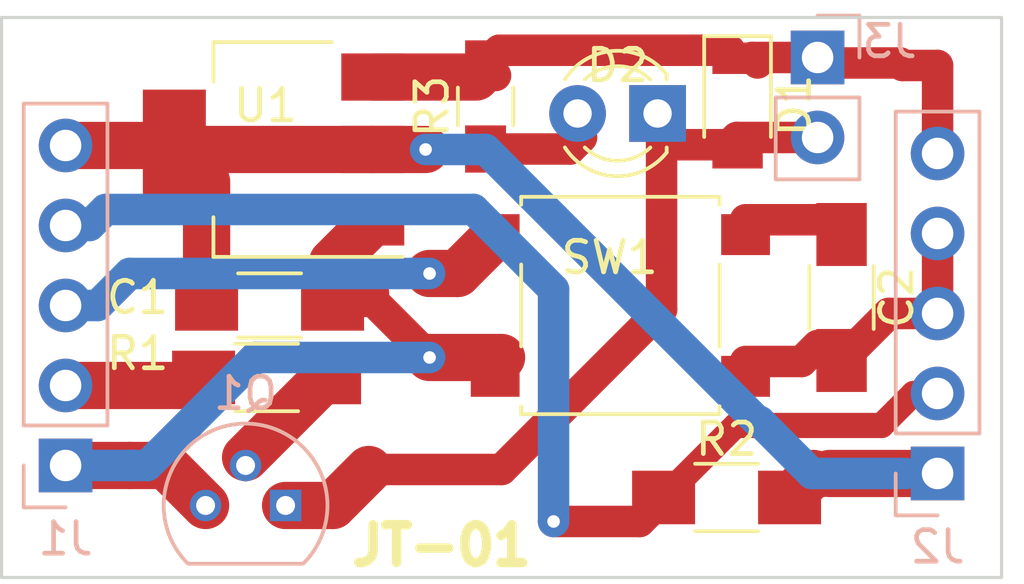
<source format=kicad_pcb>
(kicad_pcb (version 20171130) (host pcbnew 5.1.6-c6e7f7d~86~ubuntu19.10.1)

  (general
    (thickness 1.6)
    (drawings 5)
    (tracks 83)
    (zones 0)
    (modules 13)
    (nets 10)
  )

  (page A4)
  (layers
    (0 F.Cu signal)
    (31 B.Cu signal)
    (32 B.Adhes user)
    (33 F.Adhes user)
    (34 B.Paste user)
    (35 F.Paste user)
    (36 B.SilkS user)
    (37 F.SilkS user)
    (38 B.Mask user)
    (39 F.Mask user)
    (40 Dwgs.User user)
    (41 Cmts.User user)
    (42 Eco1.User user)
    (43 Eco2.User user)
    (44 Edge.Cuts user)
    (45 Margin user)
    (46 B.CrtYd user)
    (47 F.CrtYd user)
    (48 B.Fab user)
    (49 F.Fab user)
  )

  (setup
    (last_trace_width 1)
    (trace_clearance 0.2)
    (zone_clearance 0.508)
    (zone_45_only no)
    (trace_min 0.2)
    (via_size 0.8)
    (via_drill 0.4)
    (via_min_size 0.4)
    (via_min_drill 0.3)
    (uvia_size 0.3)
    (uvia_drill 0.1)
    (uvias_allowed no)
    (uvia_min_size 0.2)
    (uvia_min_drill 0.1)
    (edge_width 0.1)
    (segment_width 0.2)
    (pcb_text_width 0.3)
    (pcb_text_size 1.5 1.5)
    (mod_edge_width 0.15)
    (mod_text_size 1 1)
    (mod_text_width 0.15)
    (pad_size 1.7 1.7)
    (pad_drill 1)
    (pad_to_mask_clearance 0)
    (solder_mask_min_width 0.25)
    (aux_axis_origin 0 0)
    (visible_elements FFFFFF7F)
    (pcbplotparams
      (layerselection 0x010fc_ffffffff)
      (usegerberextensions false)
      (usegerberattributes false)
      (usegerberadvancedattributes false)
      (creategerberjobfile false)
      (excludeedgelayer true)
      (linewidth 0.100000)
      (plotframeref false)
      (viasonmask false)
      (mode 1)
      (useauxorigin false)
      (hpglpennumber 1)
      (hpglpenspeed 20)
      (hpglpendiameter 15.000000)
      (psnegative false)
      (psa4output false)
      (plotreference true)
      (plotvalue true)
      (plotinvisibletext false)
      (padsonsilk false)
      (subtractmaskfromsilk false)
      (outputformat 1)
      (mirror false)
      (drillshape 1)
      (scaleselection 1)
      (outputdirectory ""))
  )

  (net 0 "")
  (net 1 GND)
  (net 2 +3V3)
  (net 3 "Net-(C2-Pad1)")
  (net 4 +5V)
  (net 5 "Net-(D1-Pad2)")
  (net 6 "Net-(D2-Pad2)")
  (net 7 "Net-(J1-Pad4)")
  (net 8 "Net-(Q1-Pad2)")
  (net 9 "Net-(J1-Pad2)")

  (net_class Default "This is the default net class."
    (clearance 0.2)
    (trace_width 1)
    (via_dia 0.8)
    (via_drill 0.4)
    (uvia_dia 0.3)
    (uvia_drill 0.1)
    (add_net +3V3)
    (add_net +5V)
    (add_net GND)
    (add_net "Net-(C2-Pad1)")
    (add_net "Net-(D1-Pad2)")
    (add_net "Net-(D2-Pad2)")
    (add_net "Net-(J1-Pad2)")
    (add_net "Net-(J1-Pad4)")
    (add_net "Net-(Q1-Pad2)")
  )

  (module Connector_PinHeader_2.54mm:PinHeader_1x02_P2.54mm_Vertical (layer B.Cu) (tedit 605B1B3F) (tstamp 605B6F01)
    (at 59.69 83.566 180)
    (descr "Through hole straight pin header, 1x02, 2.54mm pitch, single row")
    (tags "Through hole pin header THT 1x02 2.54mm single row")
    (fp_text reference J3 (at -2.286 0.508) (layer B.SilkS)
      (effects (font (size 1 1) (thickness 0.15)) (justify mirror))
    )
    (fp_text value PinHeader_1x02_P2.54mm_Vertical (at 0 -4.87) (layer B.Fab) hide
      (effects (font (size 1 1) (thickness 0.15)) (justify mirror))
    )
    (fp_text user %R (at 0 -1.27 270) (layer B.Fab)
      (effects (font (size 1 1) (thickness 0.15)) (justify mirror))
    )
    (fp_line (start -0.635 1.27) (end 1.27 1.27) (layer B.Fab) (width 0.1))
    (fp_line (start 1.27 1.27) (end 1.27 -3.81) (layer B.Fab) (width 0.1))
    (fp_line (start 1.27 -3.81) (end -1.27 -3.81) (layer B.Fab) (width 0.1))
    (fp_line (start -1.27 -3.81) (end -1.27 0.635) (layer B.Fab) (width 0.1))
    (fp_line (start -1.27 0.635) (end -0.635 1.27) (layer B.Fab) (width 0.1))
    (fp_line (start -1.33 -3.87) (end 1.33 -3.87) (layer B.SilkS) (width 0.12))
    (fp_line (start -1.33 -1.27) (end -1.33 -3.87) (layer B.SilkS) (width 0.12))
    (fp_line (start 1.33 -1.27) (end 1.33 -3.87) (layer B.SilkS) (width 0.12))
    (fp_line (start -1.33 -1.27) (end 1.33 -1.27) (layer B.SilkS) (width 0.12))
    (fp_line (start -1.33 0) (end -1.33 1.33) (layer B.SilkS) (width 0.12))
    (fp_line (start -1.33 1.33) (end 0 1.33) (layer B.SilkS) (width 0.12))
    (fp_line (start -1.8 1.8) (end -1.8 -4.35) (layer B.CrtYd) (width 0.05))
    (fp_line (start -1.8 -4.35) (end 1.8 -4.35) (layer B.CrtYd) (width 0.05))
    (fp_line (start 1.8 -4.35) (end 1.8 1.8) (layer B.CrtYd) (width 0.05))
    (fp_line (start 1.8 1.8) (end -1.8 1.8) (layer B.CrtYd) (width 0.05))
    (pad 2 thru_hole oval (at 0 -2.54 180) (size 1.7 1.7) (drill 1) (layers *.Cu *.Mask)
      (net 5 "Net-(D1-Pad2)"))
    (pad 1 thru_hole rect (at 0 0 180) (size 1.7 1.7) (drill 1) (layers *.Cu *.Mask)
      (net 4 +5V))
    (model ${KISYS3DMOD}/Connector_PinHeader_2.54mm.3dshapes/PinHeader_1x02_P2.54mm_Vertical.wrl
      (at (xyz 0 0 0))
      (scale (xyz 1 1 1))
      (rotate (xyz 0 0 0))
    )
  )

  (module Resistors_SMD:R_0805_HandSoldering (layer F.Cu) (tedit 58E0A804) (tstamp 5CDDC152)
    (at 49.149 85.122 90)
    (descr "Resistor SMD 0805, hand soldering")
    (tags "resistor 0805")
    (path /5CB4D769)
    (attr smd)
    (fp_text reference R3 (at 0 -1.7 90) (layer F.SilkS)
      (effects (font (size 1 1) (thickness 0.15)))
    )
    (fp_text value 1k (at 0 1.75 90) (layer F.Fab)
      (effects (font (size 1 1) (thickness 0.15)))
    )
    (fp_line (start 2.35 0.9) (end -2.35 0.9) (layer F.CrtYd) (width 0.05))
    (fp_line (start 2.35 0.9) (end 2.35 -0.9) (layer F.CrtYd) (width 0.05))
    (fp_line (start -2.35 -0.9) (end -2.35 0.9) (layer F.CrtYd) (width 0.05))
    (fp_line (start -2.35 -0.9) (end 2.35 -0.9) (layer F.CrtYd) (width 0.05))
    (fp_line (start -0.6 -0.88) (end 0.6 -0.88) (layer F.SilkS) (width 0.12))
    (fp_line (start 0.6 0.88) (end -0.6 0.88) (layer F.SilkS) (width 0.12))
    (fp_line (start -1 -0.62) (end 1 -0.62) (layer F.Fab) (width 0.1))
    (fp_line (start 1 -0.62) (end 1 0.62) (layer F.Fab) (width 0.1))
    (fp_line (start 1 0.62) (end -1 0.62) (layer F.Fab) (width 0.1))
    (fp_line (start -1 0.62) (end -1 -0.62) (layer F.Fab) (width 0.1))
    (fp_text user %R (at 0 0 90) (layer F.Fab)
      (effects (font (size 0.5 0.5) (thickness 0.075)))
    )
    (pad 2 smd rect (at 1.35 0 90) (size 1.5 1.3) (layers F.Cu F.Paste F.Mask)
      (net 4 +5V))
    (pad 1 smd rect (at -1.35 0 90) (size 1.5 1.3) (layers F.Cu F.Paste F.Mask)
      (net 6 "Net-(D2-Pad2)"))
    (model ${KISYS3DMOD}/Resistors_SMD.3dshapes/R_0805.wrl
      (at (xyz 0 0 0))
      (scale (xyz 1 1 1))
      (rotate (xyz 0 0 0))
    )
  )

  (module Buttons_Switches_SMD:SW_SPST_B3S-1000 (layer F.Cu) (tedit 58724047) (tstamp 5CDDC1A0)
    (at 53.429 91.44)
    (descr "Surface Mount Tactile Switch for High-Density Packaging")
    (tags "Tactile Switch")
    (path /5CB506D0)
    (attr smd)
    (fp_text reference SW1 (at -0.343 -1.524) (layer F.SilkS)
      (effects (font (size 1 1) (thickness 0.15)))
    )
    (fp_text value SW_Push (at 0.419 0) (layer F.Fab)
      (effects (font (size 1 1) (thickness 0.15)))
    )
    (fp_line (start -3 3.3) (end -3 -3.3) (layer F.Fab) (width 0.1))
    (fp_line (start 3 3.3) (end -3 3.3) (layer F.Fab) (width 0.1))
    (fp_line (start 3 -3.3) (end 3 3.3) (layer F.Fab) (width 0.1))
    (fp_line (start -3 -3.3) (end 3 -3.3) (layer F.Fab) (width 0.1))
    (fp_circle (center 0 0) (end 1.65 0) (layer F.Fab) (width 0.1))
    (fp_line (start 3.15 -1.3) (end 3.15 1.3) (layer F.SilkS) (width 0.12))
    (fp_line (start -3.15 3.45) (end -3.15 3.2) (layer F.SilkS) (width 0.12))
    (fp_line (start 3.15 3.45) (end -3.15 3.45) (layer F.SilkS) (width 0.12))
    (fp_line (start 3.15 3.2) (end 3.15 3.45) (layer F.SilkS) (width 0.12))
    (fp_line (start -3.15 1.3) (end -3.15 -1.3) (layer F.SilkS) (width 0.12))
    (fp_line (start 3.15 -3.45) (end 3.15 -3.2) (layer F.SilkS) (width 0.12))
    (fp_line (start -3.15 -3.45) (end 3.15 -3.45) (layer F.SilkS) (width 0.12))
    (fp_line (start -3.15 -3.2) (end -3.15 -3.45) (layer F.SilkS) (width 0.12))
    (fp_line (start -5 -3.7) (end -5 3.7) (layer F.CrtYd) (width 0.05))
    (fp_line (start 5 -3.7) (end -5 -3.7) (layer F.CrtYd) (width 0.05))
    (fp_line (start 5 3.7) (end 5 -3.7) (layer F.CrtYd) (width 0.05))
    (fp_line (start -5 3.7) (end 5 3.7) (layer F.CrtYd) (width 0.05))
    (fp_text user %R (at 0 -4.5) (layer F.Fab)
      (effects (font (size 1 1) (thickness 0.15)))
    )
    (pad 2 smd rect (at 3.975 2.25) (size 1.55 1.3) (layers F.Cu F.Paste F.Mask)
      (net 1 GND))
    (pad 2 smd rect (at -3.975 2.25) (size 1.55 1.3) (layers F.Cu F.Paste F.Mask)
      (net 1 GND))
    (pad 1 smd rect (at 3.975 -2.25) (size 1.55 1.3) (layers F.Cu F.Paste F.Mask)
      (net 3 "Net-(C2-Pad1)"))
    (pad 1 smd rect (at -3.975 -2.25) (size 1.55 1.3) (layers F.Cu F.Paste F.Mask)
      (net 3 "Net-(C2-Pad1)"))
    (model ${KISYS3DMOD}/Buttons_Switches_SMD.3dshapes/SW_SPST_B3S-1000.wrl
      (at (xyz 0 0 0))
      (scale (xyz 1 1 1))
      (rotate (xyz 0 0 0))
    )
    (model ${KISYS3DMOD}/Buttons_Switches_SMD.3dshapes/SW_SPST_PTS645.wrl
      (at (xyz 0 0 0))
      (scale (xyz 1 1 1))
      (rotate (xyz 0 0 0))
    )
  )

  (module Capacitors_SMD:C_1206_HandSoldering (layer F.Cu) (tedit 58AA84D1) (tstamp 5CDDC07C)
    (at 42.291 91.44)
    (descr "Capacitor SMD 1206, hand soldering")
    (tags "capacitor 1206")
    (path /5CDCB938)
    (attr smd)
    (fp_text reference C1 (at -4.191 -0.254) (layer F.SilkS)
      (effects (font (size 1 1) (thickness 0.15)))
    )
    (fp_text value 10u (at 0.127 0) (layer F.Fab)
      (effects (font (size 1 1) (thickness 0.15)))
    )
    (fp_line (start 3.25 1.05) (end -3.25 1.05) (layer F.CrtYd) (width 0.05))
    (fp_line (start 3.25 1.05) (end 3.25 -1.05) (layer F.CrtYd) (width 0.05))
    (fp_line (start -3.25 -1.05) (end -3.25 1.05) (layer F.CrtYd) (width 0.05))
    (fp_line (start -3.25 -1.05) (end 3.25 -1.05) (layer F.CrtYd) (width 0.05))
    (fp_line (start -1 1.02) (end 1 1.02) (layer F.SilkS) (width 0.12))
    (fp_line (start 1 -1.02) (end -1 -1.02) (layer F.SilkS) (width 0.12))
    (fp_line (start -1.6 -0.8) (end 1.6 -0.8) (layer F.Fab) (width 0.1))
    (fp_line (start 1.6 -0.8) (end 1.6 0.8) (layer F.Fab) (width 0.1))
    (fp_line (start 1.6 0.8) (end -1.6 0.8) (layer F.Fab) (width 0.1))
    (fp_line (start -1.6 0.8) (end -1.6 -0.8) (layer F.Fab) (width 0.1))
    (pad 2 smd rect (at 2 0) (size 2 1.6) (layers F.Cu F.Paste F.Mask)
      (net 1 GND))
    (pad 1 smd rect (at -2 0) (size 2 1.6) (layers F.Cu F.Paste F.Mask)
      (net 2 +3V3))
    (model Capacitors_SMD.3dshapes/C_1206.wrl
      (at (xyz 0 0 0))
      (scale (xyz 1 1 1))
      (rotate (xyz 0 0 0))
    )
  )

  (module Capacitors_SMD:C_1206_HandSoldering (layer F.Cu) (tedit 58AA84D1) (tstamp 5CDDC08D)
    (at 60.452 91.186 270)
    (descr "Capacitor SMD 1206, hand soldering")
    (tags "capacitor 1206")
    (path /5CDC8F2A)
    (attr smd)
    (fp_text reference C2 (at 0 -1.75 270) (layer F.SilkS)
      (effects (font (size 1 1) (thickness 0.15)))
    )
    (fp_text value 100nF (at 0 2.032 270) (layer F.Fab)
      (effects (font (size 1 1) (thickness 0.15)))
    )
    (fp_line (start -1.6 0.8) (end -1.6 -0.8) (layer F.Fab) (width 0.1))
    (fp_line (start 1.6 0.8) (end -1.6 0.8) (layer F.Fab) (width 0.1))
    (fp_line (start 1.6 -0.8) (end 1.6 0.8) (layer F.Fab) (width 0.1))
    (fp_line (start -1.6 -0.8) (end 1.6 -0.8) (layer F.Fab) (width 0.1))
    (fp_line (start 1 -1.02) (end -1 -1.02) (layer F.SilkS) (width 0.12))
    (fp_line (start -1 1.02) (end 1 1.02) (layer F.SilkS) (width 0.12))
    (fp_line (start -3.25 -1.05) (end 3.25 -1.05) (layer F.CrtYd) (width 0.05))
    (fp_line (start -3.25 -1.05) (end -3.25 1.05) (layer F.CrtYd) (width 0.05))
    (fp_line (start 3.25 1.05) (end 3.25 -1.05) (layer F.CrtYd) (width 0.05))
    (fp_line (start 3.25 1.05) (end -3.25 1.05) (layer F.CrtYd) (width 0.05))
    (fp_text user %R (at 0 -1.75 270) (layer F.Fab)
      (effects (font (size 1 1) (thickness 0.15)))
    )
    (pad 1 smd rect (at -2 0 270) (size 2 1.6) (layers F.Cu F.Paste F.Mask)
      (net 3 "Net-(C2-Pad1)"))
    (pad 2 smd rect (at 2 0 270) (size 2 1.6) (layers F.Cu F.Paste F.Mask)
      (net 1 GND))
    (model Capacitors_SMD.3dshapes/C_1206.wrl
      (at (xyz 0 0 0))
      (scale (xyz 1 1 1))
      (rotate (xyz 0 0 0))
    )
  )

  (module Diodes_SMD:D_1206 (layer F.Cu) (tedit 590CEAF5) (tstamp 5CDDC0A5)
    (at 57.15 85.09 270)
    (descr "Diode SMD 1206, reflow soldering http://datasheets.avx.com/schottky.pdf")
    (tags "Diode 1206")
    (path /5CAE4F73)
    (attr smd)
    (fp_text reference D1 (at 0 -1.8 270) (layer F.SilkS)
      (effects (font (size 1 1) (thickness 0.15)))
    )
    (fp_text value D (at 0 1.9 270) (layer F.Fab)
      (effects (font (size 1 1) (thickness 0.15)))
    )
    (fp_line (start -0.254 -0.254) (end -0.254 0.254) (layer F.Fab) (width 0.1))
    (fp_line (start 0.127 0) (end 0.381 0) (layer F.Fab) (width 0.1))
    (fp_line (start -0.254 0) (end -0.508 0) (layer F.Fab) (width 0.1))
    (fp_line (start 0.127 0.254) (end -0.254 0) (layer F.Fab) (width 0.1))
    (fp_line (start 0.127 -0.254) (end 0.127 0.254) (layer F.Fab) (width 0.1))
    (fp_line (start -0.254 0) (end 0.127 -0.254) (layer F.Fab) (width 0.1))
    (fp_line (start -2.2 -1.06) (end -2.2 1.06) (layer F.SilkS) (width 0.12))
    (fp_line (start -1.7 0.95) (end -1.7 -0.95) (layer F.Fab) (width 0.1))
    (fp_line (start 1.7 0.95) (end -1.7 0.95) (layer F.Fab) (width 0.1))
    (fp_line (start 1.7 -0.95) (end 1.7 0.95) (layer F.Fab) (width 0.1))
    (fp_line (start -1.7 -0.95) (end 1.7 -0.95) (layer F.Fab) (width 0.1))
    (fp_line (start -2.3 -1.16) (end 2.3 -1.16) (layer F.CrtYd) (width 0.05))
    (fp_line (start -2.3 1.16) (end 2.3 1.16) (layer F.CrtYd) (width 0.05))
    (fp_line (start -2.3 -1.16) (end -2.3 1.16) (layer F.CrtYd) (width 0.05))
    (fp_line (start 2.3 -1.16) (end 2.3 1.16) (layer F.CrtYd) (width 0.05))
    (fp_line (start 1 -1.06) (end -2.2 -1.06) (layer F.SilkS) (width 0.12))
    (fp_line (start -2.2 1.06) (end 1 1.06) (layer F.SilkS) (width 0.12))
    (fp_text user %R (at 0 -1.8 270) (layer F.Fab)
      (effects (font (size 1 1) (thickness 0.15)))
    )
    (pad 1 smd rect (at -1.5 0 270) (size 1 1.6) (layers F.Cu F.Paste F.Mask)
      (net 4 +5V))
    (pad 2 smd rect (at 1.5 0 270) (size 1 1.6) (layers F.Cu F.Paste F.Mask)
      (net 5 "Net-(D1-Pad2)"))
    (model ${KISYS3DMOD}/Diodes_SMD.3dshapes/D_1206.wrl
      (at (xyz 0 0 0))
      (scale (xyz 1 1 1))
      (rotate (xyz 0 0 0))
    )
  )

  (module LEDs:LED_D3.0mm (layer F.Cu) (tedit 587A3A7B) (tstamp 5CDDC0B8)
    (at 54.61 85.344 180)
    (descr "LED, diameter 3.0mm, 2 pins")
    (tags "LED diameter 3.0mm 2 pins")
    (path /5CB4D6DA)
    (fp_text reference D2 (at 1.27 1.524 180) (layer F.SilkS)
      (effects (font (size 1 1) (thickness 0.15)))
    )
    (fp_text value LED (at 1.524 2.032 180) (layer F.Fab)
      (effects (font (size 1 1) (thickness 0.15)))
    )
    (fp_circle (center 1.27 0) (end 2.77 0) (layer F.Fab) (width 0.1))
    (fp_line (start -0.23 -1.16619) (end -0.23 1.16619) (layer F.Fab) (width 0.1))
    (fp_line (start -0.29 -1.236) (end -0.29 -1.08) (layer F.SilkS) (width 0.12))
    (fp_line (start -0.29 1.08) (end -0.29 1.236) (layer F.SilkS) (width 0.12))
    (fp_line (start -1.15 -2.25) (end -1.15 2.25) (layer F.CrtYd) (width 0.05))
    (fp_line (start -1.15 2.25) (end 3.7 2.25) (layer F.CrtYd) (width 0.05))
    (fp_line (start 3.7 2.25) (end 3.7 -2.25) (layer F.CrtYd) (width 0.05))
    (fp_line (start 3.7 -2.25) (end -1.15 -2.25) (layer F.CrtYd) (width 0.05))
    (fp_arc (start 1.27 0) (end -0.23 -1.16619) (angle 284.3) (layer F.Fab) (width 0.1))
    (fp_arc (start 1.27 0) (end -0.29 -1.235516) (angle 108.8) (layer F.SilkS) (width 0.12))
    (fp_arc (start 1.27 0) (end -0.29 1.235516) (angle -108.8) (layer F.SilkS) (width 0.12))
    (fp_arc (start 1.27 0) (end 0.229039 -1.08) (angle 87.9) (layer F.SilkS) (width 0.12))
    (fp_arc (start 1.27 0) (end 0.229039 1.08) (angle -87.9) (layer F.SilkS) (width 0.12))
    (pad 1 thru_hole rect (at 0 0 180) (size 1.8 1.8) (drill 0.9) (layers *.Cu *.Mask)
      (net 5 "Net-(D1-Pad2)"))
    (pad 2 thru_hole circle (at 2.54 0 180) (size 1.8 1.8) (drill 0.9) (layers *.Cu *.Mask)
      (net 6 "Net-(D2-Pad2)"))
    (model ${KISYS3DMOD}/LEDs.3dshapes/LED_D3.0mm.wrl
      (at (xyz 0 0 0))
      (scale (xyz 0.393701 0.393701 0.393701))
      (rotate (xyz 0 0 0))
    )
  )

  (module Pin_Headers:Pin_Header_Straight_1x05_Pitch2.54mm (layer B.Cu) (tedit 59650532) (tstamp 5CDDC0D1)
    (at 35.814 96.52)
    (descr "Through hole straight pin header, 1x05, 2.54mm pitch, single row")
    (tags "Through hole pin header THT 1x05 2.54mm single row")
    (path /5CB4FB5D)
    (fp_text reference J1 (at 0 2.33) (layer B.SilkS)
      (effects (font (size 1 1) (thickness 0.15)) (justify mirror))
    )
    (fp_text value ESP8266-12F (at 2.54 -12.49) (layer B.Fab) hide
      (effects (font (size 1 1) (thickness 0.15)) (justify mirror))
    )
    (fp_line (start -0.635 1.27) (end 1.27 1.27) (layer B.Fab) (width 0.1))
    (fp_line (start 1.27 1.27) (end 1.27 -11.43) (layer B.Fab) (width 0.1))
    (fp_line (start 1.27 -11.43) (end -1.27 -11.43) (layer B.Fab) (width 0.1))
    (fp_line (start -1.27 -11.43) (end -1.27 0.635) (layer B.Fab) (width 0.1))
    (fp_line (start -1.27 0.635) (end -0.635 1.27) (layer B.Fab) (width 0.1))
    (fp_line (start -1.33 -11.49) (end 1.33 -11.49) (layer B.SilkS) (width 0.12))
    (fp_line (start -1.33 -1.27) (end -1.33 -11.49) (layer B.SilkS) (width 0.12))
    (fp_line (start 1.33 -1.27) (end 1.33 -11.49) (layer B.SilkS) (width 0.12))
    (fp_line (start -1.33 -1.27) (end 1.33 -1.27) (layer B.SilkS) (width 0.12))
    (fp_line (start -1.33 0) (end -1.33 1.33) (layer B.SilkS) (width 0.12))
    (fp_line (start -1.33 1.33) (end 0 1.33) (layer B.SilkS) (width 0.12))
    (fp_line (start -1.8 1.8) (end -1.8 -11.95) (layer B.CrtYd) (width 0.05))
    (fp_line (start -1.8 -11.95) (end 1.8 -11.95) (layer B.CrtYd) (width 0.05))
    (fp_line (start 1.8 -11.95) (end 1.8 1.8) (layer B.CrtYd) (width 0.05))
    (fp_line (start 1.8 1.8) (end -1.8 1.8) (layer B.CrtYd) (width 0.05))
    (fp_text user %R (at 0 -5.08 -90) (layer B.Fab)
      (effects (font (size 1 1) (thickness 0.15)) (justify mirror))
    )
    (pad 1 thru_hole rect (at 0 0) (size 1.7 1.7) (drill 1) (layers *.Cu *.Mask)
      (net 1 GND))
    (pad 2 thru_hole oval (at 0 -2.54) (size 1.7 1.7) (drill 1) (layers *.Cu *.Mask)
      (net 9 "Net-(J1-Pad2)"))
    (pad 3 thru_hole oval (at 0 -5.08) (size 1.7 1.7) (drill 1) (layers *.Cu *.Mask)
      (net 3 "Net-(C2-Pad1)"))
    (pad 4 thru_hole oval (at 0 -7.62) (size 1.7 1.7) (drill 1) (layers *.Cu *.Mask)
      (net 7 "Net-(J1-Pad4)"))
    (pad 5 thru_hole oval (at 0 -10.16) (size 1.7 1.7) (drill 1) (layers *.Cu *.Mask)
      (net 2 +3V3))
    (model ${KISYS3DMOD}/Pin_Headers.3dshapes/Pin_Header_Straight_1x05_Pitch2.54mm.wrl
      (at (xyz 0 0 0))
      (scale (xyz 1 1 1))
      (rotate (xyz 0 0 0))
    )
  )

  (module TO_SOT_Packages_THT:TO-92_Molded_Narrow (layer B.Cu) (tedit 58CE52AF) (tstamp 5CDDC11F)
    (at 42.799 97.79 180)
    (descr "TO-92 leads molded, narrow, drill 0.6mm (see NXP sot054_po.pdf)")
    (tags "to-92 sc-43 sc-43a sot54 PA33 transistor")
    (path /5CB525D6)
    (fp_text reference Q1 (at 1.27 3.56 180) (layer B.SilkS)
      (effects (font (size 1 1) (thickness 0.15)) (justify mirror))
    )
    (fp_text value BC547 (at -2.413 1.524 180) (layer B.Fab)
      (effects (font (size 1 1) (thickness 0.15)) (justify mirror))
    )
    (fp_line (start -0.53 -1.85) (end 3.07 -1.85) (layer B.SilkS) (width 0.12))
    (fp_line (start -0.5 -1.75) (end 3 -1.75) (layer B.Fab) (width 0.1))
    (fp_line (start -1.46 2.73) (end 4 2.73) (layer B.CrtYd) (width 0.05))
    (fp_line (start -1.46 2.73) (end -1.46 -2.01) (layer B.CrtYd) (width 0.05))
    (fp_line (start 4 -2.01) (end 4 2.73) (layer B.CrtYd) (width 0.05))
    (fp_line (start 4 -2.01) (end -1.46 -2.01) (layer B.CrtYd) (width 0.05))
    (fp_text user %R (at 1.27 3.56 180) (layer B.Fab)
      (effects (font (size 1 1) (thickness 0.15)) (justify mirror))
    )
    (fp_arc (start 1.27 0) (end 1.27 2.48) (angle -135) (layer B.Fab) (width 0.1))
    (fp_arc (start 1.27 0) (end 1.27 2.6) (angle 135) (layer B.SilkS) (width 0.12))
    (fp_arc (start 1.27 0) (end 1.27 2.48) (angle 135) (layer B.Fab) (width 0.1))
    (fp_arc (start 1.27 0) (end 1.27 2.6) (angle -135) (layer B.SilkS) (width 0.12))
    (pad 2 thru_hole circle (at 1.27 1.27 90) (size 1 1) (drill 0.6) (layers *.Cu *.Mask)
      (net 8 "Net-(Q1-Pad2)"))
    (pad 3 thru_hole circle (at 2.54 0 90) (size 1 1) (drill 0.6) (layers *.Cu *.Mask)
      (net 1 GND))
    (pad 1 thru_hole rect (at 0 0 90) (size 1 1) (drill 0.6) (layers *.Cu *.Mask)
      (net 5 "Net-(D1-Pad2)"))
    (model ${KISYS3DMOD}/TO_SOT_Packages_THT.3dshapes/TO-92_Molded_Narrow.wrl
      (offset (xyz 1.269999980926514 0 0))
      (scale (xyz 1 1 1))
      (rotate (xyz 0 0 -90))
    )
  )

  (module Resistors_SMD:R_1206_HandSoldering (layer F.Cu) (tedit 58E0A804) (tstamp 5CDDC130)
    (at 42.196 93.726)
    (descr "Resistor SMD 1206, hand soldering")
    (tags "resistor 1206")
    (path /5CAE4569)
    (attr smd)
    (fp_text reference R1 (at -4.096 -0.762) (layer F.SilkS)
      (effects (font (size 1 1) (thickness 0.15)))
    )
    (fp_text value 2k2 (at 0 1.9) (layer F.Fab)
      (effects (font (size 1 1) (thickness 0.15)))
    )
    (fp_line (start -1.6 0.8) (end -1.6 -0.8) (layer F.Fab) (width 0.1))
    (fp_line (start 1.6 0.8) (end -1.6 0.8) (layer F.Fab) (width 0.1))
    (fp_line (start 1.6 -0.8) (end 1.6 0.8) (layer F.Fab) (width 0.1))
    (fp_line (start -1.6 -0.8) (end 1.6 -0.8) (layer F.Fab) (width 0.1))
    (fp_line (start 1 1.07) (end -1 1.07) (layer F.SilkS) (width 0.12))
    (fp_line (start -1 -1.07) (end 1 -1.07) (layer F.SilkS) (width 0.12))
    (fp_line (start -3.25 -1.11) (end 3.25 -1.11) (layer F.CrtYd) (width 0.05))
    (fp_line (start -3.25 -1.11) (end -3.25 1.1) (layer F.CrtYd) (width 0.05))
    (fp_line (start 3.25 1.1) (end 3.25 -1.11) (layer F.CrtYd) (width 0.05))
    (fp_line (start 3.25 1.1) (end -3.25 1.1) (layer F.CrtYd) (width 0.05))
    (fp_text user %R (at 0 0) (layer F.Fab)
      (effects (font (size 0.7 0.7) (thickness 0.105)))
    )
    (pad 1 smd rect (at -2 0) (size 2 1.7) (layers F.Cu F.Paste F.Mask)
      (net 9 "Net-(J1-Pad2)"))
    (pad 2 smd rect (at 2 0) (size 2 1.7) (layers F.Cu F.Paste F.Mask)
      (net 8 "Net-(Q1-Pad2)"))
    (model ${KISYS3DMOD}/Resistors_SMD.3dshapes/R_1206.wrl
      (at (xyz 0 0 0))
      (scale (xyz 1 1 1))
      (rotate (xyz 0 0 0))
    )
  )

  (module Resistors_SMD:R_1206_HandSoldering (layer F.Cu) (tedit 58E0A804) (tstamp 5CDDCE04)
    (at 56.801 97.536)
    (descr "Resistor SMD 1206, hand soldering")
    (tags "resistor 1206")
    (path /5CAE4A9D)
    (attr smd)
    (fp_text reference R2 (at 0 -1.85) (layer F.SilkS)
      (effects (font (size 1 1) (thickness 0.15)))
    )
    (fp_text value 4k7 (at 0 1.9) (layer F.Fab)
      (effects (font (size 1 1) (thickness 0.15)))
    )
    (fp_line (start 3.25 1.1) (end -3.25 1.1) (layer F.CrtYd) (width 0.05))
    (fp_line (start 3.25 1.1) (end 3.25 -1.11) (layer F.CrtYd) (width 0.05))
    (fp_line (start -3.25 -1.11) (end -3.25 1.1) (layer F.CrtYd) (width 0.05))
    (fp_line (start -3.25 -1.11) (end 3.25 -1.11) (layer F.CrtYd) (width 0.05))
    (fp_line (start -1 -1.07) (end 1 -1.07) (layer F.SilkS) (width 0.12))
    (fp_line (start 1 1.07) (end -1 1.07) (layer F.SilkS) (width 0.12))
    (fp_line (start -1.6 -0.8) (end 1.6 -0.8) (layer F.Fab) (width 0.1))
    (fp_line (start 1.6 -0.8) (end 1.6 0.8) (layer F.Fab) (width 0.1))
    (fp_line (start 1.6 0.8) (end -1.6 0.8) (layer F.Fab) (width 0.1))
    (fp_line (start -1.6 0.8) (end -1.6 -0.8) (layer F.Fab) (width 0.1))
    (fp_text user %R (at 0 0) (layer F.Fab)
      (effects (font (size 0.7 0.7) (thickness 0.105)))
    )
    (pad 2 smd rect (at 2 0) (size 2 1.7) (layers F.Cu F.Paste F.Mask)
      (net 2 +3V3))
    (pad 1 smd rect (at -2 0) (size 2 1.7) (layers F.Cu F.Paste F.Mask)
      (net 7 "Net-(J1-Pad4)"))
    (model ${KISYS3DMOD}/Resistors_SMD.3dshapes/R_1206.wrl
      (at (xyz 0 0 0))
      (scale (xyz 1 1 1))
      (rotate (xyz 0 0 0))
    )
  )

  (module TO_SOT_Packages_SMD:SOT-223-3Lead_TabPin2 (layer F.Cu) (tedit 58CE4E7E) (tstamp 5CDDC1B6)
    (at 42.418 86.487 180)
    (descr "module CMS SOT223 4 pins")
    (tags "CMS SOT")
    (path /5CDC69FF)
    (attr smd)
    (fp_text reference U1 (at 0.254 1.397 180) (layer F.SilkS)
      (effects (font (size 1 1) (thickness 0.15)))
    )
    (fp_text value LM1117-3.3 (at 2.794 2.921 180) (layer F.Fab)
      (effects (font (size 1 1) (thickness 0.15)))
    )
    (fp_line (start 1.91 3.41) (end 1.91 2.15) (layer F.SilkS) (width 0.12))
    (fp_line (start 1.91 -3.41) (end 1.91 -2.15) (layer F.SilkS) (width 0.12))
    (fp_line (start 4.4 -3.6) (end -4.4 -3.6) (layer F.CrtYd) (width 0.05))
    (fp_line (start 4.4 3.6) (end 4.4 -3.6) (layer F.CrtYd) (width 0.05))
    (fp_line (start -4.4 3.6) (end 4.4 3.6) (layer F.CrtYd) (width 0.05))
    (fp_line (start -4.4 -3.6) (end -4.4 3.6) (layer F.CrtYd) (width 0.05))
    (fp_line (start -1.85 -2.35) (end -0.85 -3.35) (layer F.Fab) (width 0.1))
    (fp_line (start -1.85 -2.35) (end -1.85 3.35) (layer F.Fab) (width 0.1))
    (fp_line (start -1.85 3.41) (end 1.91 3.41) (layer F.SilkS) (width 0.12))
    (fp_line (start -0.85 -3.35) (end 1.85 -3.35) (layer F.Fab) (width 0.1))
    (fp_line (start -4.1 -3.41) (end 1.91 -3.41) (layer F.SilkS) (width 0.12))
    (fp_line (start -1.85 3.35) (end 1.85 3.35) (layer F.Fab) (width 0.1))
    (fp_line (start 1.85 -3.35) (end 1.85 3.35) (layer F.Fab) (width 0.1))
    (fp_text user %R (at -3.917001 -0.379001 270) (layer F.Fab)
      (effects (font (size 0.8 0.8) (thickness 0.12)))
    )
    (pad 2 smd rect (at 3.15 0 180) (size 2 3.8) (layers F.Cu F.Paste F.Mask)
      (net 2 +3V3))
    (pad 2 smd rect (at -3.15 0 180) (size 2 1.5) (layers F.Cu F.Paste F.Mask)
      (net 2 +3V3))
    (pad 3 smd rect (at -3.15 2.3 180) (size 2 1.5) (layers F.Cu F.Paste F.Mask)
      (net 4 +5V))
    (pad 1 smd rect (at -3.15 -2.3 180) (size 2 1.5) (layers F.Cu F.Paste F.Mask)
      (net 1 GND))
    (model ${KISYS3DMOD}/TO_SOT_Packages_SMD.3dshapes/SOT-223.wrl
      (at (xyz 0 0 0))
      (scale (xyz 1 1 1))
      (rotate (xyz 0 0 0))
    )
  )

  (module Connector_PinHeader_2.54mm:PinHeader_1x05_P2.54mm_Vertical (layer B.Cu) (tedit 59FED5CC) (tstamp 605B199E)
    (at 63.5 96.774)
    (descr "Through hole straight pin header, 1x05, 2.54mm pitch, single row")
    (tags "Through hole pin header THT 1x05 2.54mm single row")
    (path /605C70FD)
    (fp_text reference J2 (at 0 2.33) (layer B.SilkS)
      (effects (font (size 1 1) (thickness 0.15)) (justify mirror))
    )
    (fp_text value 1-Wite (at 0 -12.49) (layer B.Fab)
      (effects (font (size 1 1) (thickness 0.15)) (justify mirror))
    )
    (fp_line (start 1.8 1.8) (end -1.8 1.8) (layer B.CrtYd) (width 0.05))
    (fp_line (start 1.8 -11.95) (end 1.8 1.8) (layer B.CrtYd) (width 0.05))
    (fp_line (start -1.8 -11.95) (end 1.8 -11.95) (layer B.CrtYd) (width 0.05))
    (fp_line (start -1.8 1.8) (end -1.8 -11.95) (layer B.CrtYd) (width 0.05))
    (fp_line (start -1.33 1.33) (end 0 1.33) (layer B.SilkS) (width 0.12))
    (fp_line (start -1.33 0) (end -1.33 1.33) (layer B.SilkS) (width 0.12))
    (fp_line (start -1.33 -1.27) (end 1.33 -1.27) (layer B.SilkS) (width 0.12))
    (fp_line (start 1.33 -1.27) (end 1.33 -11.49) (layer B.SilkS) (width 0.12))
    (fp_line (start -1.33 -1.27) (end -1.33 -11.49) (layer B.SilkS) (width 0.12))
    (fp_line (start -1.33 -11.49) (end 1.33 -11.49) (layer B.SilkS) (width 0.12))
    (fp_line (start -1.27 0.635) (end -0.635 1.27) (layer B.Fab) (width 0.1))
    (fp_line (start -1.27 -11.43) (end -1.27 0.635) (layer B.Fab) (width 0.1))
    (fp_line (start 1.27 -11.43) (end -1.27 -11.43) (layer B.Fab) (width 0.1))
    (fp_line (start 1.27 1.27) (end 1.27 -11.43) (layer B.Fab) (width 0.1))
    (fp_line (start -0.635 1.27) (end 1.27 1.27) (layer B.Fab) (width 0.1))
    (fp_text user %R (at 0 -5.08 -90) (layer B.Fab)
      (effects (font (size 1 1) (thickness 0.15)) (justify mirror))
    )
    (pad 1 thru_hole rect (at 0 0) (size 1.7 1.7) (drill 1) (layers *.Cu *.Mask)
      (net 2 +3V3))
    (pad 2 thru_hole oval (at 0 -2.54) (size 1.7 1.7) (drill 1) (layers *.Cu *.Mask)
      (net 7 "Net-(J1-Pad4)"))
    (pad 3 thru_hole oval (at 0 -5.08) (size 1.7 1.7) (drill 1) (layers *.Cu *.Mask)
      (net 1 GND))
    (pad 4 thru_hole oval (at 0 -7.62) (size 1.7 1.7) (drill 1) (layers *.Cu *.Mask)
      (net 1 GND))
    (pad 5 thru_hole oval (at 0 -10.16) (size 1.7 1.7) (drill 1) (layers *.Cu *.Mask)
      (net 4 +5V))
    (model ${KISYS3DMOD}/Connector_PinHeader_2.54mm.3dshapes/PinHeader_1x05_P2.54mm_Vertical.wrl
      (at (xyz 0 0 0))
      (scale (xyz 1 1 1))
      (rotate (xyz 0 0 0))
    )
  )

  (gr_text JT-01 (at 47.752 99.06) (layer F.SilkS)
    (effects (font (size 1.2 1.2) (thickness 0.3)))
  )
  (gr_line (start 33.782 82.296) (end 65.532 82.296) (layer Edge.Cuts) (width 0.1) (tstamp 605B728F))
  (gr_line (start 65.532 100.076) (end 33.782 100.076) (layer Edge.Cuts) (width 0.1) (tstamp 605B728E))
  (gr_line (start 33.782 100.076) (end 33.782 82.296) (layer Edge.Cuts) (width 0.1) (tstamp 605B718E))
  (gr_line (start 65.532 100.076) (end 65.532 82.296) (layer Edge.Cuts) (width 0.1) (tstamp 605B7189))

  (segment (start 38.989 96.52) (end 40.259 97.79) (width 1.5) (layer F.Cu) (net 1) (status 20))
  (segment (start 35.814 96.52) (end 37.846 96.52) (width 1.5) (layer F.Cu) (net 1) (status 10))
  (segment (start 44.291 90.064) (end 45.568 88.787) (width 1.5) (layer F.Cu) (net 1) (status 20))
  (segment (start 44.291 91.059) (end 44.291 90.064) (width 1) (layer F.Cu) (net 1) (status 10))
  (segment (start 49.657 93.091) (end 47.371 93.091) (width 1.5) (layer F.Cu) (net 1))
  (segment (start 37.846 96.52) (end 38.989 96.52) (width 1.5) (layer F.Cu) (net 1) (tstamp 5CDDE1F3))
  (via (at 47.371 93.091) (size 0.8) (drill 0.4) (layers F.Cu B.Cu) (net 1))
  (segment (start 45.339 91.059) (end 44.291 91.059) (width 1.5) (layer F.Cu) (net 1) (status 20))
  (segment (start 47.371 93.091) (end 45.339 91.059) (width 1) (layer F.Cu) (net 1))
  (segment (start 37.846 96.52) (end 35.814 96.52) (width 1) (layer B.Cu) (net 1))
  (segment (start 38.411685 96.52) (end 37.846 96.52) (width 1) (layer B.Cu) (net 1))
  (segment (start 41.840685 93.091) (end 38.411685 96.52) (width 1) (layer B.Cu) (net 1))
  (segment (start 47.371 93.091) (end 41.840685 93.091) (width 1) (layer B.Cu) (net 1))
  (segment (start 59.182 93.218) (end 59.69 92.71) (width 1) (layer F.Cu) (net 1))
  (segment (start 57.404 93.218) (end 59.182 93.218) (width 1) (layer F.Cu) (net 1))
  (segment (start 63.5 89.154) (end 63.5 91.694) (width 1) (layer F.Cu) (net 1))
  (segment (start 61.944 91.694) (end 60.452 93.186) (width 1) (layer F.Cu) (net 1))
  (segment (start 63.5 91.694) (end 61.944 91.694) (width 1) (layer F.Cu) (net 1))
  (segment (start 62.611 96.774) (end 60.071 96.774) (width 1.5) (layer F.Cu) (net 2) (status 10))
  (segment (start 39.141 86.36) (end 39.268 86.487) (width 1) (layer F.Cu) (net 2) (status 30))
  (segment (start 35.814 86.36) (end 39.141 86.36) (width 1.5) (layer F.Cu) (net 2) (status 30))
  (segment (start 40.291 87.51) (end 39.268 86.487) (width 1) (layer F.Cu) (net 2) (status 20))
  (segment (start 40.291 91.059) (end 40.291 87.51) (width 1.5) (layer F.Cu) (net 2) (status 10))
  (segment (start 60.071 96.774) (end 59.817 97.028) (width 1) (layer F.Cu) (net 2) (tstamp 5CDDE21F))
  (segment (start 45.568 86.487) (end 47.244 86.487) (width 1.5) (layer F.Cu) (net 2) (status 10))
  (via (at 47.244 86.487) (size 0.8) (drill 0.4) (layers F.Cu B.Cu) (net 2))
  (segment (start 49.149 86.487) (end 47.244 86.487) (width 1) (layer B.Cu) (net 2))
  (segment (start 51.308 88.646) (end 49.149 86.487) (width 1) (layer B.Cu) (net 2))
  (segment (start 59.563 96.774) (end 58.801 97.536) (width 1.5) (layer F.Cu) (net 2) (status 30))
  (segment (start 60.071 96.774) (end 59.563 96.774) (width 1) (layer F.Cu) (net 2) (status 20))
  (segment (start 45.568 86.487) (end 39.268 86.487) (width 1.5) (layer F.Cu) (net 2) (status 30))
  (segment (start 57.785 95.123) (end 51.308 88.646) (width 1) (layer B.Cu) (net 2))
  (segment (start 57.854315 95.123) (end 57.785 95.123) (width 1) (layer B.Cu) (net 2))
  (segment (start 59.505315 96.774) (end 57.854315 95.123) (width 1) (layer B.Cu) (net 2))
  (segment (start 62.484 96.774) (end 59.505315 96.774) (width 1) (layer B.Cu) (net 2))
  (via (at 47.371 90.424) (size 0.8) (drill 0.4) (layers F.Cu B.Cu) (net 3) (tstamp 5DA0945F))
  (segment (start 37.846 90.424) (end 47.371 90.424) (width 1) (layer B.Cu) (net 3))
  (segment (start 48.258 90.424) (end 49.365 89.317) (width 1.5) (layer F.Cu) (net 3) (status 20))
  (segment (start 47.371 90.424) (end 48.258 90.424) (width 1.5) (layer F.Cu) (net 3))
  (segment (start 37.846 90.424) (end 36.83 91.44) (width 1) (layer B.Cu) (net 3))
  (segment (start 36.83 91.44) (end 35.814 91.44) (width 1) (layer B.Cu) (net 3))
  (segment (start 59.682 88.718) (end 59.69 88.71) (width 1) (layer F.Cu) (net 3))
  (segment (start 57.404 88.718) (end 59.682 88.718) (width 1) (layer F.Cu) (net 3))
  (segment (start 48.846 84.187) (end 48.895 84.138) (width 1) (layer F.Cu) (net 4) (status 30))
  (segment (start 45.568 84.187) (end 48.846 84.187) (width 1.5) (layer F.Cu) (net 4) (status 30))
  (segment (start 48.895 84.138) (end 49.466 84.138) (width 1) (layer F.Cu) (net 4) (status 30))
  (segment (start 57.61 83.566) (end 57.785 83.741) (width 1) (layer F.Cu) (net 4) (status 30))
  (segment (start 59.865 83.741) (end 59.69 83.566) (width 1) (layer F.Cu) (net 4))
  (segment (start 62.309 83.741) (end 59.865 83.741) (width 1) (layer F.Cu) (net 4))
  (segment (start 59.69 83.566) (end 57.61 83.566) (width 1) (layer F.Cu) (net 4))
  (segment (start 49.585 83.336) (end 49.149 83.772) (width 1) (layer F.Cu) (net 4))
  (segment (start 56.896 83.336) (end 49.585 83.336) (width 1) (layer F.Cu) (net 4))
  (segment (start 63.5 86.614) (end 63.5 83.82) (width 1) (layer F.Cu) (net 4))
  (segment (start 62.388 83.82) (end 62.309 83.741) (width 1) (layer F.Cu) (net 4))
  (segment (start 63.5 83.82) (end 62.388 83.82) (width 1) (layer F.Cu) (net 4))
  (segment (start 42.799 97.79) (end 44.299 97.79) (width 1.5) (layer F.Cu) (net 5) (status 10))
  (segment (start 44.299 97.79) (end 45.442 96.647) (width 1.5) (layer F.Cu) (net 5))
  (segment (start 45.442 96.647) (end 49.657 96.647) (width 1) (layer F.Cu) (net 5))
  (segment (start 54.737 91.567) (end 54.737 86.106) (width 1) (layer F.Cu) (net 5))
  (segment (start 49.657 96.647) (end 54.737 91.567) (width 1) (layer F.Cu) (net 5))
  (segment (start 57.126 86.106) (end 56.896 86.336) (width 1) (layer F.Cu) (net 5))
  (segment (start 59.69 86.106) (end 57.126 86.106) (width 1) (layer F.Cu) (net 5))
  (segment (start 54.967 86.336) (end 54.737 86.106) (width 1) (layer F.Cu) (net 5))
  (segment (start 56.896 86.336) (end 54.967 86.336) (width 1) (layer F.Cu) (net 5))
  (segment (start 51.831 86.472) (end 52.197 86.106) (width 1) (layer F.Cu) (net 6))
  (segment (start 49.149 86.472) (end 51.831 86.472) (width 1) (layer F.Cu) (net 6))
  (segment (start 54.951 97.536) (end 54.801 97.536) (width 1) (layer F.Cu) (net 7) (status 30))
  (via (at 51.308 98.298) (size 0.8) (drill 0.4) (layers F.Cu B.Cu) (net 7))
  (segment (start 54.039 98.298) (end 54.801 97.536) (width 1) (layer F.Cu) (net 7))
  (segment (start 51.308 98.298) (end 54.039 98.298) (width 1) (layer F.Cu) (net 7))
  (segment (start 37.084 88.392) (end 36.576 88.9) (width 1) (layer B.Cu) (net 7))
  (segment (start 48.768 88.392) (end 37.084 88.392) (width 1) (layer B.Cu) (net 7))
  (segment (start 36.576 88.9) (end 35.814 88.9) (width 1) (layer B.Cu) (net 7))
  (segment (start 51.308 90.932) (end 48.768 88.392) (width 1) (layer B.Cu) (net 7))
  (segment (start 51.308 98.298) (end 51.308 90.932) (width 1) (layer B.Cu) (net 7))
  (segment (start 57.087 95.25) (end 54.801 97.536) (width 0.8) (layer F.Cu) (net 7))
  (segment (start 61.722 95.25) (end 57.087 95.25) (width 0.8) (layer F.Cu) (net 7))
  (segment (start 62.738 94.234) (end 61.722 95.25) (width 0.8) (layer F.Cu) (net 7))
  (segment (start 63.5 94.234) (end 62.738 94.234) (width 0.8) (layer F.Cu) (net 7))
  (segment (start 41.529 96.266) (end 44.196 93.599) (width 1.5) (layer F.Cu) (net 8) (status 30))
  (segment (start 41.529 96.52) (end 41.529 96.266) (width 1) (layer F.Cu) (net 8) (status 30))
  (segment (start 39.815 93.98) (end 40.196 93.599) (width 1) (layer F.Cu) (net 9) (status 30))
  (segment (start 35.814 93.98) (end 39.815 93.98) (width 1.5) (layer F.Cu) (net 9) (status 30))

)

</source>
